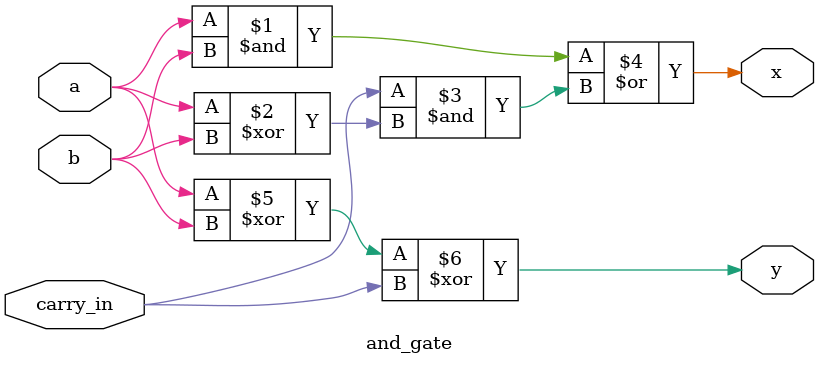
<source format=v>
module and_gate (
    input a,
    input b,
    output x, 
    output y,
    input carry_in
);
    assign x =  (a & b) | (carry_in & (a ^ b)); //( ~(~(~((~(a & a) & ~(b & b))& ~(a & b))& carry_in) & ~(~(a & b) & ~(a & b)))
    assign y = (a ^ b) ^ carry_in;
endmodule

</source>
